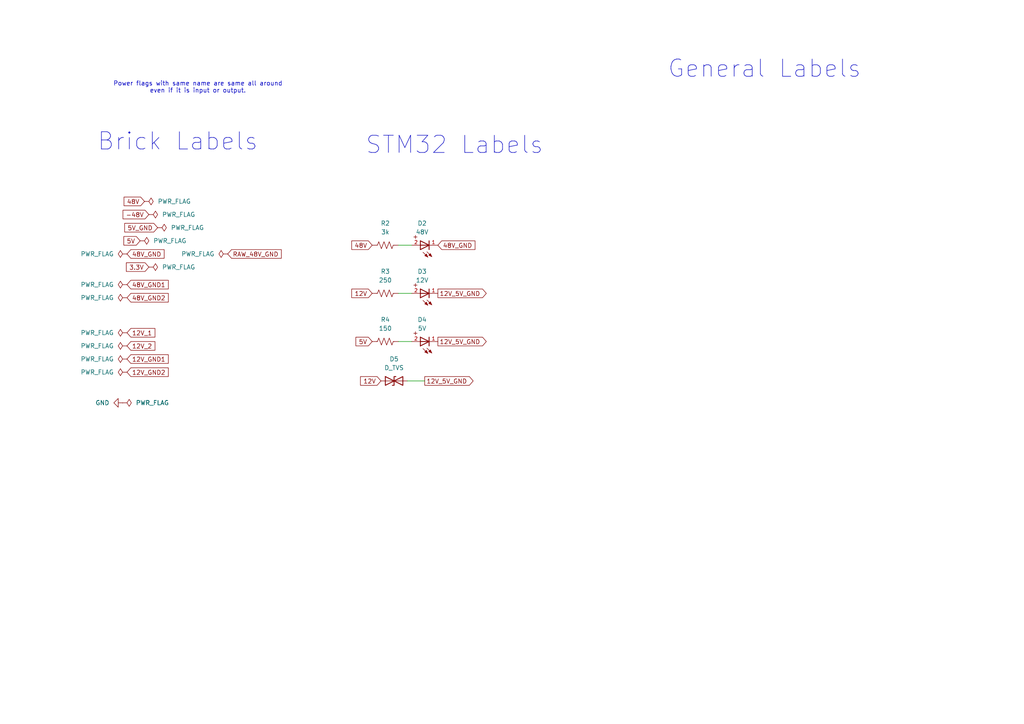
<source format=kicad_sch>
(kicad_sch (version 20231120) (generator "eeschema") (generator_version "8.0")
  (paper "A4")
  (lib_symbols
    (symbol "Device:D_TVS" (pin_numbers hide) (pin_names (offset 1.016) hide)
      (property "Reference" "D" (at 0 2.54 0))
      (property "Value" "D_TVS" (at 0 -2.54 0))
      (symbol "D_TVS_0_1"
        (polyline (pts (xy 1.27 0) (xy -1.27 0)))
        (polyline (pts (xy 0.508 1.27) (xy 0 1.27) (xy 0 -1.27) (xy -0.508 -1.27)) (stroke (width 0.254)))
        (polyline (pts (xy -2.54 1.27) (xy -2.54 -1.27) (xy 2.54 1.27) (xy 2.54 -1.27) (xy -2.54 1.27)) (stroke (width 0.254)))
      )
      (symbol "D_TVS_1_1"
        (pin passive line (at -3.81 0 0) (length 2.54) (name "A1") (number "1"))
        (pin passive line (at 3.81 0 180) (length 2.54) (name "A2") (number "2"))
      )
    )
    (symbol "Device:R_US" (pin_numbers hide) (pin_names (offset 0))
      (property "Reference" "R" (at 2.54 0 90))
      (property "Value" "R_US" (at -2.54 0 90))
      (symbol "R_US_0_1"
        (polyline (pts (xy 0 -2.286) (xy 0 -2.54)))
        (polyline (pts (xy 0 2.286) (xy 0 2.54)))
        (polyline (pts (xy 0 -0.762) (xy 1.016 -1.143) (xy 0 -1.524) (xy -1.016 -1.905) (xy 0 -2.286)))
        (polyline (pts (xy 0 0.762) (xy 1.016 0.381) (xy 0 0) (xy -1.016 -0.381) (xy 0 -0.762)))
        (polyline (pts (xy 0 2.286) (xy 1.016 1.905) (xy 0 1.524) (xy -1.016 1.143) (xy 0 0.762)))
      )
      (symbol "R_US_1_1"
        (pin passive line (at 0 3.81 270) (length 1.27) (name "~") (number "1"))
        (pin passive line (at 0 -3.81 90) (length 1.27) (name "~") (number "2"))
      )
    )
    (symbol "Red LED:WL-SMCW_0805" (pin_names (offset 1.016))
      (property "Reference" "D" (at -1.988 3.972 0))
      (property "Value" "WL-SMCW_0805" (at -2.628 -3.928 0))
      (symbol "WL-SMCW_0805_0_0"
        (polyline (pts (xy 0 -1.27) (xy 0 0)) (stroke (width 0.254)))
        (polyline (pts (xy 0 0) (xy 0 1.27)) (stroke (width 0.254)))
        (polyline (pts (xy 0 0) (xy 2.54 0)) (stroke (width 0.254)))
        (polyline (pts (xy 0 0) (xy 2.54 1.27)) (stroke (width 0.254)))
        (polyline (pts (xy 0.635 1.905) (xy -0.762 3.302)) (stroke (width 0.1524)))
        (polyline (pts (xy 1.778 2.032) (xy 0.381 3.429)) (stroke (width 0.1524)))
        (polyline (pts (xy 2.54 -1.27) (xy 0 0)) (stroke (width 0.254)))
        (polyline (pts (xy 2.54 -1.27) (xy 2.54 0)) (stroke (width 0.254)))
        (polyline (pts (xy 2.54 0) (xy 2.54 1.27)) (stroke (width 0.254)))
        (polyline (pts (xy -0.762 3.302) (xy 0.127 2.921) (xy -0.381 2.413) (xy -0.762 3.302)) (stroke (width 0.1524)) (fill (type outline)))
        (polyline (pts (xy 0.381 3.429) (xy 1.27 3.048) (xy 0.762 2.54) (xy 0.381 3.429)) (stroke (width 0.1524)) (fill (type outline)))
        (text "+" (at 3.08 -1.74 0) (effects (font (size 1.27 1.27)) (justify left bottom)))
        (pin passive line (at -2.54 0 0) (length 2.54) (name "~") (number "1"))
        (pin passive line (at 5.08 0 180) (length 2.54) (name "~") (number "2"))
      )
    )
    (symbol "power:GND" (power) (pin_numbers hide) (pin_names (offset 0) hide)
      (property "Value" "GND" (at 0 -3.81 0))
      (symbol "GND_0_1"
        (polyline (pts (xy 0 0) (xy 0 -1.27) (xy 1.27 -1.27) (xy 0 -2.54) (xy -1.27 -1.27) (xy 0 -1.27)))
      )
      (symbol "GND_1_1"
        (pin power_in line (at 0 0 270) (length 0) (name "~") (number "1"))
      )
    )
    (symbol "power:PWR_FLAG" (power) (pin_numbers hide) (pin_names (offset 0) hide)
      (property "Value" "PWR_FLAG" (at 0 3.81 0))
      (symbol "PWR_FLAG_0_0"
        (pin power_out line (at 0 0 90) (length 0) (name "~") (number "1"))
      )
      (symbol "PWR_FLAG_0_1"
        (polyline (pts (xy 0 0) (xy 0 1.27) (xy -1.016 1.905) (xy 0 2.54) (xy 1.016 1.905) (xy 0 1.27)))
      )
    )
  )
  (wire (pts (xy 115.57 71.12) (xy 119.38 71.12)))
  (wire (pts (xy 115.57 99.06) (xy 119.38 99.06)))
  (wire (pts (xy 115.57 85.09) (xy 119.38 85.09)))
  (wire (pts (xy 118.11 110.49) (xy 123.19 110.49)))
  (text "General Labels\n" (at 221.742 20.066 0) (effects (font (size 5 5))))
  (text "Brick Labels" (at 51.562 41.148 0) (effects (font (size 5 5))))
  (text "STM32 Labels" (at 131.826 42.164 0) (effects (font (size 5 5))))
  (text "Power flags with same name are same all around\neven if it is input or output." (at 57.404 25.4 0) (effects (font (size 1.27 1.27))))
  (global_label "48V" (shape input) (at 41.91 58.42 180) (property "Intersheetrefs" "${INTERSHEET_REFS}" (effects (hide yes))))
  (global_label "12V_5V_GND" (shape output) (at 127 85.09 0) (property "Intersheetrefs" "${INTERSHEET_REFS}" (effects (hide yes))))
  (global_label "48V_GND" (shape input) (at 36.83 73.66 0) (property "Intersheetrefs" "${INTERSHEET_REFS}" (effects (hide yes))))
  (global_label "12V_1" (shape input) (at 36.83 96.52 0) (property "Intersheetrefs" "${INTERSHEET_REFS}" (effects (hide yes))))
  (global_label "12V_2" (shape input) (at 36.83 100.33 0) (property "Intersheetrefs" "${INTERSHEET_REFS}" (effects (hide yes))))
  (global_label "5V" (shape input) (at 107.95 99.06 180) (property "Intersheetrefs" "${INTERSHEET_REFS}" (effects (hide yes))))
  (global_label "12V_GND2" (shape input) (at 36.83 107.95 0) (property "Intersheetrefs" "${INTERSHEET_REFS}" (effects (hide yes))))
  (global_label "5V_GND" (shape input) (at 45.72 66.04 180) (property "Intersheetrefs" "${INTERSHEET_REFS}" (effects (hide yes))))
  (global_label "5V" (shape input) (at 40.64 69.85 180) (property "Intersheetrefs" "${INTERSHEET_REFS}" (effects (hide yes))))
  (global_label "3.3V" (shape input) (at 43.18 77.47 180) (property "Intersheetrefs" "${INTERSHEET_REFS}" (effects (hide yes))))
  (global_label "12V_GND1" (shape input) (at 36.83 104.14 0) (property "Intersheetrefs" "${INTERSHEET_REFS}" (effects (hide yes))))
  (global_label "12V_5V_GND" (shape output) (at 123.19 110.49 0) (property "Intersheetrefs" "${INTERSHEET_REFS}" (effects (hide yes))))
  (global_label "12V" (shape input) (at 110.49 110.49 180) (property "Intersheetrefs" "${INTERSHEET_REFS}" (effects (hide yes))))
  (global_label "48V_GND" (shape input) (at 127 71.12 0) (property "Intersheetrefs" "${INTERSHEET_REFS}" (effects (hide yes))))
  (global_label "12V_5V_GND" (shape output) (at 127 99.06 0) (property "Intersheetrefs" "${INTERSHEET_REFS}" (effects (hide yes))))
  (global_label "-48V" (shape input) (at 43.18 62.23 180) (property "Intersheetrefs" "${INTERSHEET_REFS}" (effects (hide yes))))
  (global_label "RAW_48V_GND" (shape input) (at 66.04 73.66 0) (property "Intersheetrefs" "${INTERSHEET_REFS}" (effects (hide yes))))
  (global_label "48V" (shape input) (at 107.95 71.12 180) (property "Intersheetrefs" "${INTERSHEET_REFS}" (effects (hide yes))))
  (global_label "48V_GND1" (shape input) (at 36.83 82.55 0) (property "Intersheetrefs" "${INTERSHEET_REFS}" (effects (hide yes))))
  (global_label "12V" (shape input) (at 107.95 85.09 180) (property "Intersheetrefs" "${INTERSHEET_REFS}" (effects (hide yes))))
  (global_label "48V_GND2" (shape input) (at 36.83 86.36 0) (property "Intersheetrefs" "${INTERSHEET_REFS}" (effects (hide yes))))
  (symbol (lib_id "power:PWR_FLAG") (at 41.91 58.42 270) (unit 1)
    (property "Reference" "#FLG01" (effects (hide yes)))
    (property "Value" "PWR_FLAG" (at 45.72 58.4199 90) (effects (justify left)))
    (property "Description" "Special symbol for telling ERC where power comes from" (effects (hide yes)))
  )
  (symbol (lib_id "power:PWR_FLAG") (at 36.83 86.36 90) (unit 1)
    (property "Reference" "#FLG012" (effects (hide yes)))
    (property "Value" "PWR_FLAG" (at 33.02 86.3599 90) (effects (justify left)))
    (property "Description" "Special symbol for telling ERC where power comes from" (effects (hide yes)))
  )
  (symbol (lib_id "Red LED:WL-SMCW_0805") (at 124.46 99.06 180) (unit 1)
    (property "Reference" "D4" (at 122.4417 92.71 0))
    (property "Value" "5V" (at 122.4417 95.25 0))
    (property "Footprint" "Red LED:WL-SMCW_0805" (effects (hide yes)))
  )
  (symbol (lib_id "power:PWR_FLAG") (at 35.56 116.84 270) (unit 1)
    (property "Reference" "#FLG013" (effects (hide yes)))
    (property "Value" "PWR_FLAG" (at 39.37 116.8399 90) (effects (justify left)))
    (property "Description" "Special symbol for telling ERC where power comes from" (effects (hide yes)))
  )
  (symbol (lib_id "power:PWR_FLAG") (at 36.83 100.33 90) (unit 1)
    (property "Reference" "#FLG08" (effects (hide yes)))
    (property "Value" "PWR_FLAG" (at 33.02 100.3301 90) (effects (justify left)))
    (property "Description" "Special symbol for telling ERC where power comes from" (effects (hide yes)))
  )
  (symbol (lib_id "Device:D_TVS") (at 114.3 110.49 0) (unit 1)
    (property "Reference" "D5" (at 114.3 104.14 0))
    (property "Value" "D_TVS" (at 114.3 106.68 0))
    (property "Footprint" "Diode_SMD:D_SMB_Handsoldering" (effects (hide yes)))
    (property "Description" "Bidirectional transient-voltage-suppression diode" (effects (hide yes)))
  )
  (symbol (lib_id "Device:R_US") (at 111.76 99.06 90) (unit 1)
    (property "Reference" "R4" (at 111.76 92.71 90))
    (property "Value" "150" (at 111.76 95.25 90))
    (property "Footprint" "Resistor_SMD:R_0603_1608Metric_Pad0.98x0.95mm_HandSolder" (effects (hide yes)))
    (property "Description" "Resistor, US symbol" (effects (hide yes)))
  )
  (symbol (lib_id "Red LED:WL-SMCW_0805") (at 124.46 71.12 180) (unit 1)
    (property "Reference" "D2" (at 122.4417 64.77 0))
    (property "Value" "48V" (at 122.4417 67.31 0))
    (property "Footprint" "Red LED:WL-SMCW_0805" (effects (hide yes)))
  )
  (symbol (lib_id "power:PWR_FLAG") (at 66.04 73.66 90) (unit 1)
    (property "Reference" "#FLG014" (effects (hide yes)))
    (property "Value" "PWR_FLAG" (at 62.23 73.6599 90) (effects (justify left)))
    (property "Description" "Special symbol for telling ERC where power comes from" (effects (hide yes)))
  )
  (symbol (lib_id "power:PWR_FLAG") (at 36.83 73.66 90) (unit 1)
    (property "Reference" "#FLG05" (effects (hide yes)))
    (property "Value" "PWR_FLAG" (at 33.02 73.6599 90) (effects (justify left)))
    (property "Description" "Special symbol for telling ERC where power comes from" (effects (hide yes)))
  )
  (symbol (lib_id "power:PWR_FLAG") (at 36.83 82.55 90) (unit 1)
    (property "Reference" "#FLG011" (effects (hide yes)))
    (property "Value" "PWR_FLAG" (at 33.02 82.5499 90) (effects (justify left)))
    (property "Description" "Special symbol for telling ERC where power comes from" (effects (hide yes)))
  )
  (symbol (lib_id "power:PWR_FLAG") (at 43.18 62.23 270) (unit 1)
    (property "Reference" "#FLG02" (effects (hide yes)))
    (property "Value" "PWR_FLAG" (at 46.99 62.2299 90) (effects (justify left)))
    (property "Description" "Special symbol for telling ERC where power comes from" (effects (hide yes)))
  )
  (symbol (lib_id "power:PWR_FLAG") (at 43.18 77.47 270) (unit 1)
    (property "Reference" "#FLG06" (effects (hide yes)))
    (property "Value" "PWR_FLAG" (at 46.99 77.4699 90) (effects (justify left)))
    (property "Description" "Special symbol for telling ERC where power comes from" (effects (hide yes)))
  )
  (symbol (lib_id "power:PWR_FLAG") (at 36.83 107.95 90) (unit 1)
    (property "Reference" "#FLG010" (effects (hide yes)))
    (property "Value" "PWR_FLAG" (at 33.02 107.9501 90) (effects (justify left)))
    (property "Description" "Special symbol for telling ERC where power comes from" (effects (hide yes)))
  )
  (symbol (lib_id "power:PWR_FLAG") (at 40.64 69.85 270) (unit 1)
    (property "Reference" "#FLG04" (effects (hide yes)))
    (property "Value" "PWR_FLAG" (at 44.45 69.8499 90) (effects (justify left)))
    (property "Description" "Special symbol for telling ERC where power comes from" (effects (hide yes)))
  )
  (symbol (lib_id "power:GND") (at 35.56 116.84 270) (unit 1)
    (property "Reference" "#PWR09" (effects (hide yes)))
    (property "Value" "GND" (at 31.75 116.8399 90) (effects (justify right)))
    (property "Description" "Power symbol creates a global label with name \"GND\" , ground" (effects (hide yes)))
  )
  (symbol (lib_id "Device:R_US") (at 111.76 85.09 90) (unit 1)
    (property "Reference" "R3" (at 111.76 78.74 90))
    (property "Value" "250" (at 111.76 81.28 90))
    (property "Footprint" "Resistor_SMD:R_0603_1608Metric_Pad0.98x0.95mm_HandSolder" (effects (hide yes)))
    (property "Description" "Resistor, US symbol" (effects (hide yes)))
  )
  (symbol (lib_id "Red LED:WL-SMCW_0805") (at 124.46 85.09 180) (unit 1)
    (property "Reference" "D3" (at 122.4417 78.74 0))
    (property "Value" "12V" (at 122.4417 81.28 0))
    (property "Footprint" "Red LED:WL-SMCW_0805" (effects (hide yes)))
  )
  (symbol (lib_id "power:PWR_FLAG") (at 45.72 66.04 270) (unit 1)
    (property "Reference" "#FLG03" (effects (hide yes)))
    (property "Value" "PWR_FLAG" (at 49.53 66.0399 90) (effects (justify left)))
    (property "Description" "Special symbol for telling ERC where power comes from" (effects (hide yes)))
  )
  (symbol (lib_id "Device:R_US") (at 111.76 71.12 90) (unit 1)
    (property "Reference" "R2" (at 111.76 64.77 90))
    (property "Value" "3k" (at 111.76 67.31 90))
    (property "Footprint" "Resistor_SMD:R_0603_1608Metric_Pad0.98x0.95mm_HandSolder" (effects (hide yes)))
    (property "Description" "Resistor, US symbol" (effects (hide yes)))
  )
  (symbol (lib_id "power:PWR_FLAG") (at 36.83 104.14 90) (unit 1)
    (property "Reference" "#FLG09" (effects (hide yes)))
    (property "Value" "PWR_FLAG" (at 33.02 104.1401 90) (effects (justify left)))
    (property "Description" "Special symbol for telling ERC where power comes from" (effects (hide yes)))
  )
  (symbol (lib_id "power:PWR_FLAG") (at 36.83 96.52 90) (unit 1)
    (property "Reference" "#FLG07" (effects (hide yes)))
    (property "Value" "PWR_FLAG" (at 33.02 96.5201 90) (effects (justify left)))
    (property "Description" "Special symbol for telling ERC where power comes from" (effects (hide yes)))
  )
)
</source>
